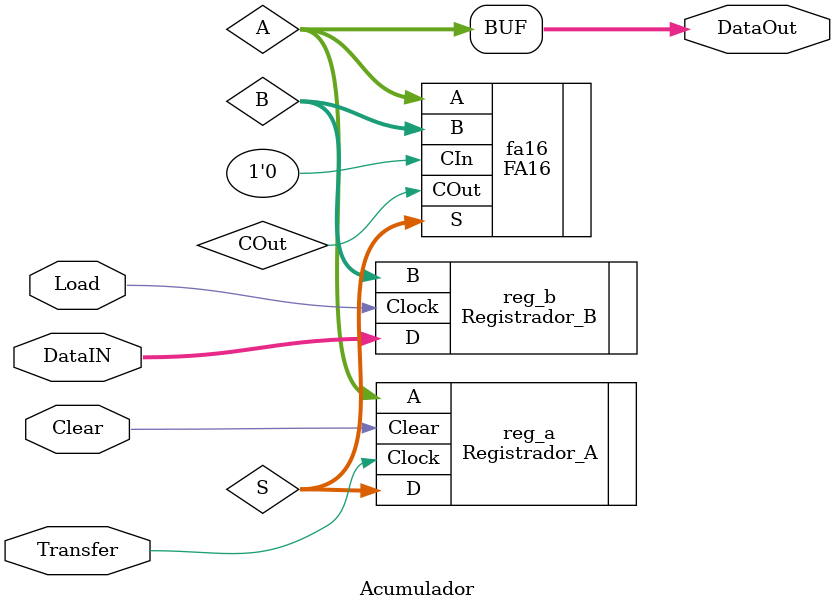
<source format=v>
module Acumulador(DataIN, Load, Clear, Transfer, DataOut);

input [15:0] DataIN;
input Load, Clear, Transfer;

output [15:0] DataOut;

wire [15:0] B; // Saída do Registrador B
wire [15:0] A; // Saída do Registrador A
wire [15:0] S; // Saída de Soma do somador
wire COut; // Saída de Carry do somador

Registrador_B reg_b(.Clock(Load), .D(DataIN), .B(B)); // Registrador B (Carrega dados da memória)

FA16 fa16(.CIn(1'b0), .COut(COut), .A(A), .B(B), .S(S)); // Somador de 4 bits

Registrador_A reg_a(.Clock(Transfer), .Clear(Clear), .D(S), .A(A)); // Registrador A (Acumulador)

assign DataOut = A;

endmodule
</source>
